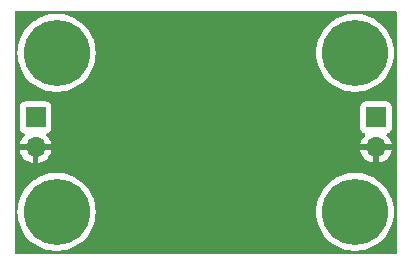
<source format=gbr>
%TF.GenerationSoftware,KiCad,Pcbnew,7.0.5*%
%TF.CreationDate,2023-08-22T20:16:44+01:00*%
%TF.ProjectId,AMS1117-Adjustable-Breakout,414d5331-3131-4372-9d41-646a75737461,V1*%
%TF.SameCoordinates,Original*%
%TF.FileFunction,Copper,L2,Bot*%
%TF.FilePolarity,Positive*%
%FSLAX46Y46*%
G04 Gerber Fmt 4.6, Leading zero omitted, Abs format (unit mm)*
G04 Created by KiCad (PCBNEW 7.0.5) date 2023-08-22 20:16:44*
%MOMM*%
%LPD*%
G01*
G04 APERTURE LIST*
%TA.AperFunction,ComponentPad*%
%ADD10C,5.600000*%
%TD*%
%TA.AperFunction,ComponentPad*%
%ADD11R,1.700000X1.700000*%
%TD*%
%TA.AperFunction,ComponentPad*%
%ADD12O,1.700000X1.700000*%
%TD*%
%TA.AperFunction,ViaPad*%
%ADD13C,0.800000*%
%TD*%
G04 APERTURE END LIST*
D10*
%TO.P,H2,1*%
%TO.N,N/C*%
X78486000Y-61468000D03*
%TD*%
%TO.P,H4,1*%
%TO.N,N/C*%
X103759000Y-61468000D03*
%TD*%
%TO.P,H1,1*%
%TO.N,N/C*%
X78486000Y-48006000D03*
%TD*%
D11*
%TO.P,J2,1,Pin_1*%
%TO.N,Net-(D1-K)*%
X105537000Y-53462000D03*
D12*
%TO.P,J2,2,Pin_2*%
%TO.N,GND*%
X105537000Y-56002000D03*
%TD*%
D11*
%TO.P,J1,1,Pin_1*%
%TO.N,Net-(J1-Pin_1)*%
X76708000Y-53462000D03*
D12*
%TO.P,J1,2,Pin_2*%
%TO.N,GND*%
X76708000Y-56002000D03*
%TD*%
D10*
%TO.P,H3,1*%
%TO.N,N/C*%
X103759000Y-48006000D03*
%TD*%
D13*
%TO.N,GND*%
X89789000Y-62738000D03*
X92075000Y-49784000D03*
X98298000Y-58039000D03*
X81280000Y-57912000D03*
%TD*%
%TA.AperFunction,Conductor*%
%TO.N,GND*%
G36*
X107257539Y-44470185D02*
G01*
X107303294Y-44522989D01*
X107314500Y-44574500D01*
X107314500Y-64899500D01*
X107294815Y-64966539D01*
X107242011Y-65012294D01*
X107190500Y-65023500D01*
X75054500Y-65023500D01*
X74987461Y-65003815D01*
X74941706Y-64951011D01*
X74930500Y-64899500D01*
X74930500Y-61468002D01*
X75180652Y-61468002D01*
X75200028Y-61825368D01*
X75200029Y-61825385D01*
X75257926Y-62178539D01*
X75257932Y-62178565D01*
X75353672Y-62523392D01*
X75353674Y-62523399D01*
X75486142Y-62855870D01*
X75486151Y-62855888D01*
X75653784Y-63172077D01*
X75653790Y-63172086D01*
X75854634Y-63468309D01*
X75854641Y-63468319D01*
X76086331Y-63741085D01*
X76086332Y-63741086D01*
X76346163Y-63987211D01*
X76631081Y-64203800D01*
X76937747Y-64388315D01*
X76937749Y-64388316D01*
X76937751Y-64388317D01*
X76937755Y-64388319D01*
X77262552Y-64538585D01*
X77262565Y-64538591D01*
X77601726Y-64652868D01*
X77951254Y-64729805D01*
X78307052Y-64768500D01*
X78307058Y-64768500D01*
X78664942Y-64768500D01*
X78664948Y-64768500D01*
X79020746Y-64729805D01*
X79370274Y-64652868D01*
X79709435Y-64538591D01*
X80034253Y-64388315D01*
X80340919Y-64203800D01*
X80625837Y-63987211D01*
X80885668Y-63741086D01*
X81117365Y-63468311D01*
X81318211Y-63172085D01*
X81485853Y-62855880D01*
X81618324Y-62523403D01*
X81714071Y-62178552D01*
X81771972Y-61825371D01*
X81791348Y-61468002D01*
X100453652Y-61468002D01*
X100473028Y-61825368D01*
X100473029Y-61825385D01*
X100530926Y-62178539D01*
X100530932Y-62178565D01*
X100626672Y-62523392D01*
X100626674Y-62523399D01*
X100759142Y-62855870D01*
X100759151Y-62855888D01*
X100926784Y-63172077D01*
X100926790Y-63172086D01*
X101127634Y-63468309D01*
X101127641Y-63468319D01*
X101359331Y-63741085D01*
X101359332Y-63741086D01*
X101619163Y-63987211D01*
X101904081Y-64203800D01*
X102210747Y-64388315D01*
X102210749Y-64388316D01*
X102210751Y-64388317D01*
X102210755Y-64388319D01*
X102535552Y-64538585D01*
X102535565Y-64538591D01*
X102874726Y-64652868D01*
X103224254Y-64729805D01*
X103580052Y-64768500D01*
X103580058Y-64768500D01*
X103937942Y-64768500D01*
X103937948Y-64768500D01*
X104293746Y-64729805D01*
X104643274Y-64652868D01*
X104982435Y-64538591D01*
X105307253Y-64388315D01*
X105613919Y-64203800D01*
X105898837Y-63987211D01*
X106158668Y-63741086D01*
X106390365Y-63468311D01*
X106591211Y-63172085D01*
X106758853Y-62855880D01*
X106891324Y-62523403D01*
X106987071Y-62178552D01*
X107044972Y-61825371D01*
X107064348Y-61468000D01*
X107044972Y-61110629D01*
X106987071Y-60757448D01*
X106891324Y-60412597D01*
X106758853Y-60080120D01*
X106591211Y-59763915D01*
X106390365Y-59467689D01*
X106390361Y-59467684D01*
X106390358Y-59467680D01*
X106158668Y-59194914D01*
X106158667Y-59194914D01*
X105898837Y-58948789D01*
X105898830Y-58948783D01*
X105898827Y-58948781D01*
X105831245Y-58897407D01*
X105613919Y-58732200D01*
X105307253Y-58547685D01*
X105307252Y-58547684D01*
X105307248Y-58547682D01*
X105307244Y-58547680D01*
X104982447Y-58397414D01*
X104982441Y-58397411D01*
X104982435Y-58397409D01*
X104812854Y-58340270D01*
X104643273Y-58283131D01*
X104293744Y-58206194D01*
X103937949Y-58167500D01*
X103937948Y-58167500D01*
X103580052Y-58167500D01*
X103580050Y-58167500D01*
X103224255Y-58206194D01*
X102874726Y-58283131D01*
X102618970Y-58369306D01*
X102535565Y-58397409D01*
X102535562Y-58397410D01*
X102535563Y-58397410D01*
X102535552Y-58397414D01*
X102210755Y-58547680D01*
X102210751Y-58547682D01*
X101982367Y-58685096D01*
X101904081Y-58732200D01*
X101815768Y-58799333D01*
X101619172Y-58948781D01*
X101619163Y-58948789D01*
X101359331Y-59194914D01*
X101127641Y-59467680D01*
X101127634Y-59467690D01*
X100926790Y-59763913D01*
X100926784Y-59763922D01*
X100759151Y-60080111D01*
X100759142Y-60080129D01*
X100626674Y-60412600D01*
X100626672Y-60412607D01*
X100530932Y-60757434D01*
X100530926Y-60757460D01*
X100473029Y-61110614D01*
X100473028Y-61110631D01*
X100453652Y-61467997D01*
X100453652Y-61468002D01*
X81791348Y-61468002D01*
X81791348Y-61468000D01*
X81771972Y-61110629D01*
X81714071Y-60757448D01*
X81618324Y-60412597D01*
X81485853Y-60080120D01*
X81318211Y-59763915D01*
X81117365Y-59467689D01*
X81117361Y-59467684D01*
X81117358Y-59467680D01*
X80885668Y-59194914D01*
X80625837Y-58948789D01*
X80625830Y-58948783D01*
X80625827Y-58948781D01*
X80558245Y-58897407D01*
X80340919Y-58732200D01*
X80034253Y-58547685D01*
X80034252Y-58547684D01*
X80034248Y-58547682D01*
X80034244Y-58547680D01*
X79709447Y-58397414D01*
X79709441Y-58397411D01*
X79709435Y-58397409D01*
X79539854Y-58340270D01*
X79370273Y-58283131D01*
X79020744Y-58206194D01*
X78664949Y-58167500D01*
X78664948Y-58167500D01*
X78307052Y-58167500D01*
X78307050Y-58167500D01*
X77951255Y-58206194D01*
X77601726Y-58283131D01*
X77345970Y-58369306D01*
X77262565Y-58397409D01*
X77262562Y-58397410D01*
X77262563Y-58397410D01*
X77262552Y-58397414D01*
X76937755Y-58547680D01*
X76937751Y-58547682D01*
X76709367Y-58685096D01*
X76631081Y-58732200D01*
X76542768Y-58799333D01*
X76346172Y-58948781D01*
X76346163Y-58948789D01*
X76086331Y-59194914D01*
X75854641Y-59467680D01*
X75854634Y-59467690D01*
X75653790Y-59763913D01*
X75653784Y-59763922D01*
X75486151Y-60080111D01*
X75486142Y-60080129D01*
X75353674Y-60412600D01*
X75353672Y-60412607D01*
X75257932Y-60757434D01*
X75257926Y-60757460D01*
X75200029Y-61110614D01*
X75200028Y-61110631D01*
X75180652Y-61467997D01*
X75180652Y-61468002D01*
X74930500Y-61468002D01*
X74930500Y-54359870D01*
X75357500Y-54359870D01*
X75357501Y-54359876D01*
X75363908Y-54419483D01*
X75414202Y-54554328D01*
X75414206Y-54554335D01*
X75500452Y-54669544D01*
X75500455Y-54669547D01*
X75615664Y-54755793D01*
X75615671Y-54755797D01*
X75615674Y-54755798D01*
X75747598Y-54805002D01*
X75803531Y-54846873D01*
X75827949Y-54912337D01*
X75813098Y-54980610D01*
X75791947Y-55008865D01*
X75669886Y-55130926D01*
X75534400Y-55324420D01*
X75534399Y-55324422D01*
X75434570Y-55538507D01*
X75434567Y-55538513D01*
X75377364Y-55751999D01*
X75377364Y-55752000D01*
X76274314Y-55752000D01*
X76248507Y-55792156D01*
X76208000Y-55930111D01*
X76208000Y-56073889D01*
X76248507Y-56211844D01*
X76274314Y-56252000D01*
X75377364Y-56252000D01*
X75434567Y-56465486D01*
X75434570Y-56465492D01*
X75534399Y-56679578D01*
X75669894Y-56873082D01*
X75836917Y-57040105D01*
X76030421Y-57175600D01*
X76244507Y-57275429D01*
X76244516Y-57275433D01*
X76458000Y-57332634D01*
X76458000Y-56437501D01*
X76565685Y-56486680D01*
X76672237Y-56502000D01*
X76743763Y-56502000D01*
X76850315Y-56486680D01*
X76958000Y-56437501D01*
X76958000Y-57332633D01*
X77171483Y-57275433D01*
X77171492Y-57275429D01*
X77385578Y-57175600D01*
X77579082Y-57040105D01*
X77746105Y-56873082D01*
X77881600Y-56679578D01*
X77981429Y-56465492D01*
X77981432Y-56465486D01*
X78038636Y-56252000D01*
X77141686Y-56252000D01*
X77167493Y-56211844D01*
X77208000Y-56073889D01*
X77208000Y-55930111D01*
X77167493Y-55792156D01*
X77141686Y-55752000D01*
X78038636Y-55752000D01*
X78038635Y-55751999D01*
X77981432Y-55538513D01*
X77981429Y-55538507D01*
X77881600Y-55324422D01*
X77881599Y-55324420D01*
X77746113Y-55130926D01*
X77746108Y-55130920D01*
X77624053Y-55008865D01*
X77590568Y-54947542D01*
X77595552Y-54877850D01*
X77637424Y-54821917D01*
X77668400Y-54805002D01*
X77800331Y-54755796D01*
X77915546Y-54669546D01*
X78001796Y-54554331D01*
X78052091Y-54419483D01*
X78058500Y-54359873D01*
X78058500Y-54359870D01*
X104186500Y-54359870D01*
X104186501Y-54359876D01*
X104192908Y-54419483D01*
X104243202Y-54554328D01*
X104243206Y-54554335D01*
X104329452Y-54669544D01*
X104329455Y-54669547D01*
X104444664Y-54755793D01*
X104444671Y-54755797D01*
X104444674Y-54755798D01*
X104576598Y-54805002D01*
X104632531Y-54846873D01*
X104656949Y-54912337D01*
X104642098Y-54980610D01*
X104620947Y-55008865D01*
X104498886Y-55130926D01*
X104363400Y-55324420D01*
X104363399Y-55324422D01*
X104263570Y-55538507D01*
X104263567Y-55538513D01*
X104206364Y-55751999D01*
X104206364Y-55752000D01*
X105103314Y-55752000D01*
X105077507Y-55792156D01*
X105037000Y-55930111D01*
X105037000Y-56073889D01*
X105077507Y-56211844D01*
X105103314Y-56252000D01*
X104206364Y-56252000D01*
X104263567Y-56465486D01*
X104263570Y-56465492D01*
X104363399Y-56679578D01*
X104498894Y-56873082D01*
X104665917Y-57040105D01*
X104859421Y-57175600D01*
X105073507Y-57275429D01*
X105073516Y-57275433D01*
X105287000Y-57332634D01*
X105287000Y-56437501D01*
X105394685Y-56486680D01*
X105501237Y-56502000D01*
X105572763Y-56502000D01*
X105679315Y-56486680D01*
X105786998Y-56437502D01*
X105786998Y-57332633D01*
X106000483Y-57275433D01*
X106000492Y-57275429D01*
X106214578Y-57175600D01*
X106408082Y-57040105D01*
X106575105Y-56873082D01*
X106710600Y-56679578D01*
X106810429Y-56465492D01*
X106810432Y-56465486D01*
X106867636Y-56252000D01*
X105970686Y-56252000D01*
X105996493Y-56211844D01*
X106037000Y-56073889D01*
X106037000Y-55930111D01*
X105996493Y-55792156D01*
X105970686Y-55752000D01*
X106867636Y-55752000D01*
X106867635Y-55751999D01*
X106810432Y-55538513D01*
X106810429Y-55538507D01*
X106710600Y-55324422D01*
X106710599Y-55324420D01*
X106575113Y-55130926D01*
X106575108Y-55130920D01*
X106453053Y-55008865D01*
X106419568Y-54947542D01*
X106424552Y-54877850D01*
X106466424Y-54821917D01*
X106497400Y-54805002D01*
X106629331Y-54755796D01*
X106744546Y-54669546D01*
X106830796Y-54554331D01*
X106881091Y-54419483D01*
X106887500Y-54359873D01*
X106887499Y-52564128D01*
X106881091Y-52504517D01*
X106830796Y-52369669D01*
X106830795Y-52369668D01*
X106830793Y-52369664D01*
X106744547Y-52254455D01*
X106744544Y-52254452D01*
X106629335Y-52168206D01*
X106629328Y-52168202D01*
X106494482Y-52117908D01*
X106494483Y-52117908D01*
X106434883Y-52111501D01*
X106434881Y-52111500D01*
X106434873Y-52111500D01*
X106434864Y-52111500D01*
X104639129Y-52111500D01*
X104639123Y-52111501D01*
X104579516Y-52117908D01*
X104444671Y-52168202D01*
X104444664Y-52168206D01*
X104329455Y-52254452D01*
X104329452Y-52254455D01*
X104243206Y-52369664D01*
X104243202Y-52369671D01*
X104192908Y-52504517D01*
X104186501Y-52564116D01*
X104186501Y-52564123D01*
X104186500Y-52564135D01*
X104186500Y-54359870D01*
X78058500Y-54359870D01*
X78058499Y-52564128D01*
X78052091Y-52504517D01*
X78001796Y-52369669D01*
X78001795Y-52369668D01*
X78001793Y-52369664D01*
X77915547Y-52254455D01*
X77915544Y-52254452D01*
X77800335Y-52168206D01*
X77800328Y-52168202D01*
X77665482Y-52117908D01*
X77665483Y-52117908D01*
X77605883Y-52111501D01*
X77605881Y-52111500D01*
X77605873Y-52111500D01*
X77605864Y-52111500D01*
X75810129Y-52111500D01*
X75810123Y-52111501D01*
X75750516Y-52117908D01*
X75615671Y-52168202D01*
X75615664Y-52168206D01*
X75500455Y-52254452D01*
X75500452Y-52254455D01*
X75414206Y-52369664D01*
X75414202Y-52369671D01*
X75363908Y-52504517D01*
X75357501Y-52564116D01*
X75357501Y-52564123D01*
X75357500Y-52564135D01*
X75357500Y-54359870D01*
X74930500Y-54359870D01*
X74930500Y-48006002D01*
X75180652Y-48006002D01*
X75200028Y-48363368D01*
X75200029Y-48363385D01*
X75257926Y-48716539D01*
X75257932Y-48716565D01*
X75353672Y-49061392D01*
X75353674Y-49061399D01*
X75486142Y-49393870D01*
X75486151Y-49393888D01*
X75653784Y-49710077D01*
X75653790Y-49710086D01*
X75854634Y-50006309D01*
X75854641Y-50006319D01*
X76086331Y-50279085D01*
X76086332Y-50279086D01*
X76346163Y-50525211D01*
X76631081Y-50741800D01*
X76937747Y-50926315D01*
X76937749Y-50926316D01*
X76937751Y-50926317D01*
X76937755Y-50926319D01*
X77262552Y-51076585D01*
X77262565Y-51076591D01*
X77601726Y-51190868D01*
X77951254Y-51267805D01*
X78307052Y-51306500D01*
X78307058Y-51306500D01*
X78664942Y-51306500D01*
X78664948Y-51306500D01*
X79020746Y-51267805D01*
X79370274Y-51190868D01*
X79709435Y-51076591D01*
X80034253Y-50926315D01*
X80340919Y-50741800D01*
X80625837Y-50525211D01*
X80885668Y-50279086D01*
X81117365Y-50006311D01*
X81318211Y-49710085D01*
X81485853Y-49393880D01*
X81618324Y-49061403D01*
X81714071Y-48716552D01*
X81771972Y-48363371D01*
X81791348Y-48006002D01*
X100453652Y-48006002D01*
X100473028Y-48363368D01*
X100473029Y-48363385D01*
X100530926Y-48716539D01*
X100530932Y-48716565D01*
X100626672Y-49061392D01*
X100626674Y-49061399D01*
X100759142Y-49393870D01*
X100759151Y-49393888D01*
X100926784Y-49710077D01*
X100926790Y-49710086D01*
X101127634Y-50006309D01*
X101127641Y-50006319D01*
X101359331Y-50279085D01*
X101359332Y-50279086D01*
X101619163Y-50525211D01*
X101904081Y-50741800D01*
X102210747Y-50926315D01*
X102210749Y-50926316D01*
X102210751Y-50926317D01*
X102210755Y-50926319D01*
X102535552Y-51076585D01*
X102535565Y-51076591D01*
X102874726Y-51190868D01*
X103224254Y-51267805D01*
X103580052Y-51306500D01*
X103580058Y-51306500D01*
X103937942Y-51306500D01*
X103937948Y-51306500D01*
X104293746Y-51267805D01*
X104643274Y-51190868D01*
X104982435Y-51076591D01*
X105307253Y-50926315D01*
X105613919Y-50741800D01*
X105898837Y-50525211D01*
X106158668Y-50279086D01*
X106390365Y-50006311D01*
X106591211Y-49710085D01*
X106758853Y-49393880D01*
X106891324Y-49061403D01*
X106987071Y-48716552D01*
X107044972Y-48363371D01*
X107064348Y-48006000D01*
X107044972Y-47648629D01*
X106987071Y-47295448D01*
X106891324Y-46950597D01*
X106758853Y-46618120D01*
X106591211Y-46301915D01*
X106390365Y-46005689D01*
X106390361Y-46005684D01*
X106390358Y-46005680D01*
X106158668Y-45732914D01*
X106158668Y-45732913D01*
X105898837Y-45486789D01*
X105898830Y-45486783D01*
X105898827Y-45486781D01*
X105831245Y-45435407D01*
X105613919Y-45270200D01*
X105307253Y-45085685D01*
X105307252Y-45085684D01*
X105307248Y-45085682D01*
X105307244Y-45085680D01*
X104982447Y-44935414D01*
X104982441Y-44935411D01*
X104982435Y-44935409D01*
X104812854Y-44878270D01*
X104643273Y-44821131D01*
X104293744Y-44744194D01*
X103937949Y-44705500D01*
X103937948Y-44705500D01*
X103580052Y-44705500D01*
X103580050Y-44705500D01*
X103224255Y-44744194D01*
X102874726Y-44821131D01*
X102618970Y-44907306D01*
X102535565Y-44935409D01*
X102535562Y-44935410D01*
X102535563Y-44935410D01*
X102535552Y-44935414D01*
X102210755Y-45085680D01*
X102210751Y-45085682D01*
X101982367Y-45223096D01*
X101904081Y-45270200D01*
X101815768Y-45337333D01*
X101619172Y-45486781D01*
X101619163Y-45486789D01*
X101359331Y-45732914D01*
X101127641Y-46005680D01*
X101127634Y-46005690D01*
X100926790Y-46301913D01*
X100926784Y-46301922D01*
X100759151Y-46618111D01*
X100759142Y-46618129D01*
X100626674Y-46950600D01*
X100626672Y-46950607D01*
X100530932Y-47295434D01*
X100530926Y-47295460D01*
X100473029Y-47648614D01*
X100473028Y-47648631D01*
X100453652Y-48005997D01*
X100453652Y-48006002D01*
X81791348Y-48006002D01*
X81791348Y-48006000D01*
X81771972Y-47648629D01*
X81714071Y-47295448D01*
X81618324Y-46950597D01*
X81485853Y-46618120D01*
X81318211Y-46301915D01*
X81117365Y-46005689D01*
X81117361Y-46005684D01*
X81117358Y-46005680D01*
X80885668Y-45732914D01*
X80885668Y-45732913D01*
X80625837Y-45486789D01*
X80625830Y-45486783D01*
X80625827Y-45486781D01*
X80558245Y-45435407D01*
X80340919Y-45270200D01*
X80034253Y-45085685D01*
X80034252Y-45085684D01*
X80034248Y-45085682D01*
X80034244Y-45085680D01*
X79709447Y-44935414D01*
X79709441Y-44935411D01*
X79709435Y-44935409D01*
X79539854Y-44878270D01*
X79370273Y-44821131D01*
X79020744Y-44744194D01*
X78664949Y-44705500D01*
X78664948Y-44705500D01*
X78307052Y-44705500D01*
X78307050Y-44705500D01*
X77951255Y-44744194D01*
X77601726Y-44821131D01*
X77345970Y-44907306D01*
X77262565Y-44935409D01*
X77262562Y-44935410D01*
X77262563Y-44935410D01*
X77262552Y-44935414D01*
X76937755Y-45085680D01*
X76937751Y-45085682D01*
X76709367Y-45223096D01*
X76631081Y-45270200D01*
X76542768Y-45337333D01*
X76346172Y-45486781D01*
X76346163Y-45486789D01*
X76086331Y-45732914D01*
X75854641Y-46005680D01*
X75854634Y-46005690D01*
X75653790Y-46301913D01*
X75653784Y-46301922D01*
X75486151Y-46618111D01*
X75486142Y-46618129D01*
X75353674Y-46950600D01*
X75353672Y-46950607D01*
X75257932Y-47295434D01*
X75257926Y-47295460D01*
X75200029Y-47648614D01*
X75200028Y-47648631D01*
X75180652Y-48005997D01*
X75180652Y-48006002D01*
X74930500Y-48006002D01*
X74930500Y-44574500D01*
X74950185Y-44507461D01*
X75002989Y-44461706D01*
X75054500Y-44450500D01*
X107190500Y-44450500D01*
X107257539Y-44470185D01*
G37*
%TD.AperFunction*%
%TD*%
M02*

</source>
